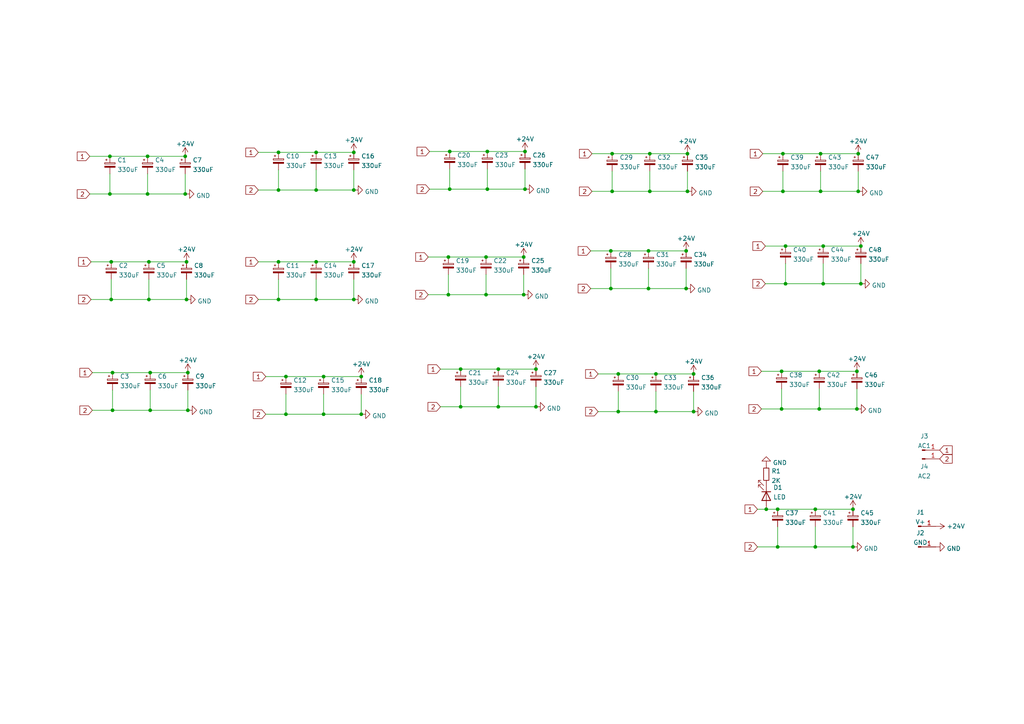
<source format=kicad_sch>
(kicad_sch (version 20211123) (generator eeschema)
  (paper "A4")
  (lib_symbols
    (symbol "Connector:Conn_01x01_Male" (pin_names (offset 1.016) hide)
      (property "Reference" "J" (at 0 2.54 0))
      (property "Value" "Conn_01x01_Male" (at 0 -2.54 0))
      (symbol "Conn_01x01_Male_1_1"
        (polyline (pts (xy 1.27 0) (xy 0.8636 0)) (stroke (width 0.1524)))
        (rectangle (start 0.8636 0.127) (end 0 -0.127) (stroke (width 0.1524)) (fill (type outline)))
        (pin passive line (at 5.08 0 180) (length 3.81) (name "Pin_1") (number "1"))
      )
    )
    (symbol "Device:C_Polarized_Small" (pin_numbers hide) (pin_names (offset 0.254) hide)
      (property "Reference" "C" (at 0.254 1.778 0))
      (property "Value" "C_Polarized_Small" (at 0.254 -2.032 0))
      (symbol "C_Polarized_Small_0_1"
        (rectangle (start -1.524 -0.3048) (end 1.524 -0.6858) (fill (type outline)))
        (rectangle (start -1.524 0.6858) (end 1.524 0.3048))
        (polyline (pts (xy -1.27 1.524) (xy -0.762 1.524)))
        (polyline (pts (xy -1.016 1.27) (xy -1.016 1.778)))
      )
      (symbol "C_Polarized_Small_1_1"
        (pin passive line (at 0 2.54 270) (length 1.8542) (name "~") (number "1"))
        (pin passive line (at 0 -2.54 90) (length 1.8542) (name "~") (number "2"))
      )
    )
    (symbol "Device:LED" (pin_numbers hide) (pin_names (offset 1.016) hide)
      (property "Reference" "D" (at 0 2.54 0))
      (property "Value" "LED" (at 0 -2.54 0))
      (symbol "LED_0_1"
        (polyline (pts (xy -1.27 -1.27) (xy -1.27 1.27)) (stroke (width 0.254)))
        (polyline (pts (xy -1.27 0) (xy 1.27 0)))
        (polyline (pts (xy 1.27 -1.27) (xy 1.27 1.27) (xy -1.27 0) (xy 1.27 -1.27)) (stroke (width 0.254)))
        (polyline (pts (xy -3.048 -0.762) (xy -4.572 -2.286) (xy -3.81 -2.286) (xy -4.572 -2.286) (xy -4.572 -1.524)))
        (polyline (pts (xy -1.778 -0.762) (xy -3.302 -2.286) (xy -2.54 -2.286) (xy -3.302 -2.286) (xy -3.302 -1.524)))
      )
      (symbol "LED_1_1"
        (pin passive line (at -3.81 0 0) (length 2.54) (name "K") (number "1"))
        (pin passive line (at 3.81 0 180) (length 2.54) (name "A") (number "2"))
      )
    )
    (symbol "Device:R_Small" (pin_numbers hide) (pin_names (offset 0.254) hide)
      (property "Reference" "R" (at 0.762 0.508 0))
      (property "Value" "R_Small" (at 0.762 -1.016 0))
      (symbol "R_Small_0_1"
        (rectangle (start -0.762 1.778) (end 0.762 -1.778) (stroke (width 0.2032)))
      )
      (symbol "R_Small_1_1"
        (pin passive line (at 0 2.54 270) (length 0.762) (name "~") (number "1"))
        (pin passive line (at 0 -2.54 90) (length 0.762) (name "~") (number "2"))
      )
    )
    (symbol "power:+24V" (power) (pin_names (offset 0))
      (property "Value" "+24V" (at 0 3.556 0))
      (symbol "+24V_0_1"
        (polyline (pts (xy -0.762 1.27) (xy 0 2.54)))
        (polyline (pts (xy 0 0) (xy 0 2.54)))
        (polyline (pts (xy 0 2.54) (xy 0.762 1.27)))
      )
      (symbol "+24V_1_1"
        (pin power_in line (at 0 0 90) (length 0) hide (name "+24V") (number "1"))
      )
    )
    (symbol "power:GND" (power) (pin_names (offset 0))
      (property "Value" "GND" (at 0 -3.81 0))
      (symbol "GND_0_1"
        (polyline (pts (xy 0 0) (xy 0 -1.27) (xy 1.27 -1.27) (xy 0 -2.54) (xy -1.27 -1.27) (xy 0 -1.27)))
      )
      (symbol "GND_1_1"
        (pin power_in line (at 0 0 270) (length 0) hide (name "GND") (number "1"))
      )
    )
  )
  (junction (at 201.168 108.458))
  (junction (at 53.721 45.339))
  (junction (at 80.772 86.868))
  (junction (at 102.616 55.118))
  (junction (at 53.721 56.261))
  (junction (at 54.102 86.868))
  (junction (at 152.273 54.864))
  (junction (at 102.616 75.946))
  (junction (at 141.351 54.864))
  (junction (at 179.324 119.38))
  (junction (at 141.351 43.942))
  (junction (at 43.561 108.077))
  (junction (at 177.165 72.771))
  (junction (at 199.009 72.771))
  (junction (at 238.76 82.296))
  (junction (at 54.483 118.999))
  (junction (at 42.799 45.339))
  (junction (at 177.165 83.693))
  (junction (at 226.695 118.618))
  (junction (at 155.448 117.983))
  (junction (at 237.998 55.499))
  (junction (at 237.998 44.577))
  (junction (at 43.18 75.946))
  (junction (at 91.694 86.868))
  (junction (at 190.246 108.458))
  (junction (at 237.617 118.618))
  (junction (at 238.76 71.374))
  (junction (at 237.617 107.696))
  (junction (at 31.877 45.339))
  (junction (at 130.429 54.864))
  (junction (at 91.694 44.196))
  (junction (at 151.892 85.471))
  (junction (at 248.92 44.577))
  (junction (at 199.39 44.577))
  (junction (at 32.258 86.868))
  (junction (at 144.526 117.983))
  (junction (at 130.048 85.471))
  (junction (at 91.694 55.118))
  (junction (at 199.009 83.693))
  (junction (at 43.561 118.999))
  (junction (at 188.468 55.499))
  (junction (at 80.772 44.196))
  (junction (at 247.396 158.623))
  (junction (at 144.526 107.061))
  (junction (at 248.539 118.618))
  (junction (at 80.772 55.118))
  (junction (at 93.853 120.142))
  (junction (at 227.838 82.296))
  (junction (at 155.448 107.061))
  (junction (at 236.474 147.701))
  (junction (at 226.695 107.696))
  (junction (at 32.258 75.946))
  (junction (at 247.396 147.701))
  (junction (at 54.483 108.077))
  (junction (at 227.076 44.577))
  (junction (at 42.799 56.261))
  (junction (at 133.604 117.983))
  (junction (at 222.25 147.701))
  (junction (at 190.246 119.38))
  (junction (at 179.324 108.458))
  (junction (at 32.639 118.999))
  (junction (at 102.616 44.196))
  (junction (at 140.97 85.471))
  (junction (at 152.273 43.942))
  (junction (at 31.877 56.261))
  (junction (at 199.39 55.499))
  (junction (at 201.168 119.38))
  (junction (at 248.92 55.499))
  (junction (at 91.694 75.946))
  (junction (at 82.931 120.142))
  (junction (at 177.546 44.577))
  (junction (at 130.048 74.549))
  (junction (at 188.468 44.577))
  (junction (at 140.97 74.549))
  (junction (at 133.604 107.061))
  (junction (at 104.775 120.142))
  (junction (at 32.639 108.077))
  (junction (at 151.892 74.549))
  (junction (at 225.552 147.701))
  (junction (at 80.772 75.946))
  (junction (at 104.775 109.22))
  (junction (at 93.853 109.22))
  (junction (at 43.18 86.868))
  (junction (at 249.682 82.296))
  (junction (at 54.102 75.946))
  (junction (at 188.087 72.771))
  (junction (at 130.429 43.942))
  (junction (at 225.552 158.623))
  (junction (at 177.546 55.499))
  (junction (at 102.616 86.868))
  (junction (at 188.087 83.693))
  (junction (at 248.539 107.696))
  (junction (at 227.838 71.374))
  (junction (at 236.474 158.623))
  (junction (at 249.682 71.374))
  (junction (at 82.931 109.22))
  (junction (at 227.076 55.499))
  (wire (pts (xy 227.838 76.454) (xy 227.838 82.296)))
  (wire (pts (xy 93.853 120.142) (xy 104.775 120.142)))
  (wire (pts (xy 227.076 49.657) (xy 227.076 55.499)))
  (wire (pts (xy 26.797 108.077) (xy 32.639 108.077)))
  (wire (pts (xy 152.273 49.022) (xy 152.273 54.864)))
  (wire (pts (xy 144.526 112.141) (xy 144.526 117.983)))
  (wire (pts (xy 238.76 82.296) (xy 249.682 82.296)))
  (wire (pts (xy 43.18 81.026) (xy 43.18 86.868)))
  (wire (pts (xy 127.762 117.983) (xy 133.604 117.983)))
  (wire (pts (xy 124.206 85.471) (xy 130.048 85.471)))
  (wire (pts (xy 155.448 112.141) (xy 155.448 117.983)))
  (wire (pts (xy 140.97 85.471) (xy 151.892 85.471)))
  (wire (pts (xy 177.165 72.771) (xy 188.087 72.771)))
  (wire (pts (xy 26.416 86.868) (xy 32.258 86.868)))
  (wire (pts (xy 32.639 118.999) (xy 43.561 118.999)))
  (wire (pts (xy 26.416 75.946) (xy 32.258 75.946)))
  (wire (pts (xy 199.009 77.851) (xy 199.009 83.693)))
  (wire (pts (xy 226.695 112.776) (xy 226.695 118.618)))
  (wire (pts (xy 54.483 113.157) (xy 54.483 118.999)))
  (wire (pts (xy 74.93 86.868) (xy 80.772 86.868)))
  (wire (pts (xy 140.97 79.629) (xy 140.97 85.471)))
  (wire (pts (xy 199.39 49.657) (xy 199.39 55.499)))
  (wire (pts (xy 74.93 44.196) (xy 80.772 44.196)))
  (wire (pts (xy 82.931 120.142) (xy 93.853 120.142)))
  (wire (pts (xy 130.429 54.864) (xy 141.351 54.864)))
  (wire (pts (xy 32.258 86.868) (xy 43.18 86.868)))
  (wire (pts (xy 130.048 85.471) (xy 140.97 85.471)))
  (wire (pts (xy 31.877 50.419) (xy 31.877 56.261)))
  (wire (pts (xy 221.996 82.296) (xy 227.838 82.296)))
  (wire (pts (xy 177.165 83.693) (xy 188.087 83.693)))
  (wire (pts (xy 177.546 44.577) (xy 188.468 44.577)))
  (wire (pts (xy 80.772 81.026) (xy 80.772 86.868)))
  (wire (pts (xy 237.998 49.657) (xy 237.998 55.499)))
  (wire (pts (xy 173.482 108.458) (xy 179.324 108.458)))
  (wire (pts (xy 80.772 44.196) (xy 91.694 44.196)))
  (wire (pts (xy 130.429 49.022) (xy 130.429 54.864)))
  (wire (pts (xy 188.468 49.657) (xy 188.468 55.499)))
  (wire (pts (xy 43.18 86.868) (xy 54.102 86.868)))
  (wire (pts (xy 91.694 81.026) (xy 91.694 86.868)))
  (wire (pts (xy 248.539 112.776) (xy 248.539 118.618)))
  (wire (pts (xy 91.694 49.276) (xy 91.694 55.118)))
  (wire (pts (xy 237.617 118.618) (xy 248.539 118.618)))
  (wire (pts (xy 43.561 113.157) (xy 43.561 118.999)))
  (wire (pts (xy 82.931 114.3) (xy 82.931 120.142)))
  (wire (pts (xy 188.468 44.577) (xy 199.39 44.577)))
  (wire (pts (xy 77.089 120.142) (xy 82.931 120.142)))
  (wire (pts (xy 102.616 81.026) (xy 102.616 86.868)))
  (wire (pts (xy 236.474 158.623) (xy 247.396 158.623)))
  (wire (pts (xy 151.892 79.629) (xy 151.892 85.471)))
  (wire (pts (xy 54.102 81.026) (xy 54.102 86.868)))
  (wire (pts (xy 177.165 77.851) (xy 177.165 83.693)))
  (wire (pts (xy 82.931 109.22) (xy 93.853 109.22)))
  (wire (pts (xy 221.234 44.577) (xy 227.076 44.577)))
  (wire (pts (xy 201.168 113.538) (xy 201.168 119.38)))
  (wire (pts (xy 227.838 71.374) (xy 238.76 71.374)))
  (wire (pts (xy 32.258 81.026) (xy 32.258 86.868)))
  (wire (pts (xy 179.324 119.38) (xy 190.246 119.38)))
  (wire (pts (xy 43.18 75.946) (xy 54.102 75.946)))
  (wire (pts (xy 127.762 107.061) (xy 133.604 107.061)))
  (wire (pts (xy 179.324 108.458) (xy 190.246 108.458)))
  (wire (pts (xy 32.258 75.946) (xy 43.18 75.946)))
  (wire (pts (xy 124.587 54.864) (xy 130.429 54.864)))
  (wire (pts (xy 130.048 79.629) (xy 130.048 85.471)))
  (wire (pts (xy 219.71 147.701) (xy 222.25 147.701)))
  (wire (pts (xy 80.772 55.118) (xy 91.694 55.118)))
  (wire (pts (xy 74.93 75.946) (xy 80.772 75.946)))
  (wire (pts (xy 42.799 50.419) (xy 42.799 56.261)))
  (wire (pts (xy 93.853 109.22) (xy 104.775 109.22)))
  (wire (pts (xy 144.526 117.983) (xy 155.448 117.983)))
  (wire (pts (xy 237.617 112.776) (xy 237.617 118.618)))
  (wire (pts (xy 236.474 147.701) (xy 247.396 147.701)))
  (wire (pts (xy 80.772 49.276) (xy 80.772 55.118)))
  (wire (pts (xy 32.639 108.077) (xy 43.561 108.077)))
  (wire (pts (xy 221.234 55.499) (xy 227.076 55.499)))
  (wire (pts (xy 26.035 45.339) (xy 31.877 45.339)))
  (wire (pts (xy 190.246 108.458) (xy 201.168 108.458)))
  (wire (pts (xy 238.76 71.374) (xy 249.682 71.374)))
  (wire (pts (xy 91.694 86.868) (xy 102.616 86.868)))
  (wire (pts (xy 32.639 113.157) (xy 32.639 118.999)))
  (wire (pts (xy 43.561 118.999) (xy 54.483 118.999)))
  (wire (pts (xy 144.526 107.061) (xy 155.448 107.061)))
  (wire (pts (xy 42.799 45.339) (xy 53.721 45.339)))
  (wire (pts (xy 130.429 43.942) (xy 141.351 43.942)))
  (wire (pts (xy 225.552 158.623) (xy 236.474 158.623)))
  (wire (pts (xy 53.721 50.419) (xy 53.721 56.261)))
  (wire (pts (xy 102.616 49.276) (xy 102.616 55.118)))
  (wire (pts (xy 91.694 55.118) (xy 102.616 55.118)))
  (wire (pts (xy 177.546 49.657) (xy 177.546 55.499)))
  (wire (pts (xy 222.25 147.701) (xy 225.552 147.701)))
  (wire (pts (xy 227.076 55.499) (xy 237.998 55.499)))
  (wire (pts (xy 219.71 158.623) (xy 225.552 158.623)))
  (wire (pts (xy 124.587 43.942) (xy 130.429 43.942)))
  (wire (pts (xy 141.351 54.864) (xy 152.273 54.864)))
  (wire (pts (xy 227.076 44.577) (xy 237.998 44.577)))
  (wire (pts (xy 140.97 74.549) (xy 151.892 74.549)))
  (wire (pts (xy 130.048 74.549) (xy 140.97 74.549)))
  (wire (pts (xy 80.772 75.946) (xy 91.694 75.946)))
  (wire (pts (xy 238.76 76.454) (xy 238.76 82.296)))
  (wire (pts (xy 188.087 72.771) (xy 199.009 72.771)))
  (wire (pts (xy 31.877 56.261) (xy 42.799 56.261)))
  (wire (pts (xy 26.035 56.261) (xy 31.877 56.261)))
  (wire (pts (xy 226.695 107.696) (xy 237.617 107.696)))
  (wire (pts (xy 190.246 113.538) (xy 190.246 119.38)))
  (wire (pts (xy 177.546 55.499) (xy 188.468 55.499)))
  (wire (pts (xy 171.704 44.577) (xy 177.546 44.577)))
  (wire (pts (xy 26.797 118.999) (xy 32.639 118.999)))
  (wire (pts (xy 141.351 49.022) (xy 141.351 54.864)))
  (wire (pts (xy 226.695 118.618) (xy 237.617 118.618)))
  (wire (pts (xy 221.996 71.374) (xy 227.838 71.374)))
  (wire (pts (xy 179.324 113.538) (xy 179.324 119.38)))
  (wire (pts (xy 171.704 55.499) (xy 177.546 55.499)))
  (wire (pts (xy 190.246 119.38) (xy 201.168 119.38)))
  (wire (pts (xy 124.206 74.549) (xy 130.048 74.549)))
  (wire (pts (xy 225.552 152.781) (xy 225.552 158.623)))
  (wire (pts (xy 171.323 72.771) (xy 177.165 72.771)))
  (wire (pts (xy 173.482 119.38) (xy 179.324 119.38)))
  (wire (pts (xy 227.838 82.296) (xy 238.76 82.296)))
  (wire (pts (xy 31.877 45.339) (xy 42.799 45.339)))
  (wire (pts (xy 133.604 112.141) (xy 133.604 117.983)))
  (wire (pts (xy 43.561 108.077) (xy 54.483 108.077)))
  (wire (pts (xy 133.604 117.983) (xy 144.526 117.983)))
  (wire (pts (xy 141.351 43.942) (xy 152.273 43.942)))
  (wire (pts (xy 171.323 83.693) (xy 177.165 83.693)))
  (wire (pts (xy 220.853 107.696) (xy 226.695 107.696)))
  (wire (pts (xy 93.853 114.3) (xy 93.853 120.142)))
  (wire (pts (xy 236.474 152.781) (xy 236.474 158.623)))
  (wire (pts (xy 91.694 75.946) (xy 102.616 75.946)))
  (wire (pts (xy 188.468 55.499) (xy 199.39 55.499)))
  (wire (pts (xy 42.799 56.261) (xy 53.721 56.261)))
  (wire (pts (xy 237.998 44.577) (xy 248.92 44.577)))
  (wire (pts (xy 91.694 44.196) (xy 102.616 44.196)))
  (wire (pts (xy 77.089 109.22) (xy 82.931 109.22)))
  (wire (pts (xy 188.087 77.851) (xy 188.087 83.693)))
  (wire (pts (xy 225.552 147.701) (xy 236.474 147.701)))
  (wire (pts (xy 248.92 49.657) (xy 248.92 55.499)))
  (wire (pts (xy 104.775 114.3) (xy 104.775 120.142)))
  (wire (pts (xy 80.772 86.868) (xy 91.694 86.868)))
  (wire (pts (xy 249.682 76.454) (xy 249.682 82.296)))
  (wire (pts (xy 74.93 55.118) (xy 80.772 55.118)))
  (wire (pts (xy 220.853 118.618) (xy 226.695 118.618)))
  (wire (pts (xy 133.604 107.061) (xy 144.526 107.061)))
  (wire (pts (xy 188.087 83.693) (xy 199.009 83.693)))
  (wire (pts (xy 237.998 55.499) (xy 248.92 55.499)))
  (wire (pts (xy 237.617 107.696) (xy 248.539 107.696)))
  (wire (pts (xy 247.396 152.781) (xy 247.396 158.623)))
  (global_label "2" (shape input) (at 219.71 158.623 180) (property "Intersheet References" "${INTERSHEET_REFS}" (effects hide)))
  (global_label "2" (shape input) (at 77.089 120.142 180) (property "Intersheet References" "${INTERSHEET_REFS}" (effects hide)))
  (global_label "2" (shape input) (at 272.542 133.096 0) (property "Intersheet References" "${INTERSHEET_REFS}" (effects hide)))
  (global_label "1" (shape input) (at 272.542 130.556 0) (property "Intersheet References" "${INTERSHEET_REFS}" (effects hide)))
  (global_label "2" (shape input) (at 74.93 86.868 180) (property "Intersheet References" "${INTERSHEET_REFS}" (effects hide)))
  (global_label "1" (shape input) (at 26.035 45.339 180) (property "Intersheet References" "${INTERSHEET_REFS}" (effects hide)))
  (global_label "1" (shape input) (at 220.853 107.696 180) (property "Intersheet References" "${INTERSHEET_REFS}" (effects hide)))
  (global_label "1" (shape input) (at 219.71 147.701 180) (property "Intersheet References" "${INTERSHEET_REFS}" (effects hide)))
  (global_label "1" (shape input) (at 171.323 72.771 180) (property "Intersheet References" "${INTERSHEET_REFS}" (effects hide)))
  (global_label "1" (shape input) (at 221.234 44.577 180) (property "Intersheet References" "${INTERSHEET_REFS}" (effects hide)))
  (global_label "1" (shape input) (at 74.93 44.196 180) (property "Intersheet References" "${INTERSHEET_REFS}" (effects hide)))
  (global_label "1" (shape input) (at 124.206 74.549 180) (property "Intersheet References" "${INTERSHEET_REFS}" (effects hide)))
  (global_label "2" (shape input) (at 26.797 118.999 180) (property "Intersheet References" "${INTERSHEET_REFS}" (effects hide)))
  (global_label "2" (shape input) (at 221.996 82.296 180) (property "Intersheet References" "${INTERSHEET_REFS}" (effects hide)))
  (global_label "2" (shape input) (at 171.323 83.693 180) (property "Intersheet References" "${INTERSHEET_REFS}" (effects hide)))
  (global_label "2" (shape input) (at 74.93 55.118 180) (property "Intersheet References" "${INTERSHEET_REFS}" (effects hide)))
  (global_label "2" (shape input) (at 220.853 118.618 180) (property "Intersheet References" "${INTERSHEET_REFS}" (effects hide)))
  (global_label "2" (shape input) (at 124.587 54.864 180) (property "Intersheet References" "${INTERSHEET_REFS}" (effects hide)))
  (global_label "1" (shape input) (at 221.996 71.374 180) (property "Intersheet References" "${INTERSHEET_REFS}" (effects hide)))
  (global_label "2" (shape input) (at 221.234 55.499 180) (property "Intersheet References" "${INTERSHEET_REFS}" (effects hide)))
  (global_label "2" (shape input) (at 171.704 55.499 180) (property "Intersheet References" "${INTERSHEET_REFS}" (effects hide)))
  (global_label "1" (shape input) (at 26.797 108.077 180) (property "Intersheet References" "${INTERSHEET_REFS}" (effects hide)))
  (global_label "1" (shape input) (at 173.482 108.458 180) (property "Intersheet References" "${INTERSHEET_REFS}" (effects hide)))
  (global_label "2" (shape input) (at 127.762 117.983 180) (property "Intersheet References" "${INTERSHEET_REFS}" (effects hide)))
  (global_label "1" (shape input) (at 77.089 109.22 180) (property "Intersheet References" "${INTERSHEET_REFS}" (effects hide)))
  (global_label "1" (shape input) (at 124.587 43.942 180) (property "Intersheet References" "${INTERSHEET_REFS}" (effects hide)))
  (global_label "2" (shape input) (at 26.416 86.868 180) (property "Intersheet References" "${INTERSHEET_REFS}" (effects hide)))
  (global_label "2" (shape input) (at 124.206 85.471 180) (property "Intersheet References" "${INTERSHEET_REFS}" (effects hide)))
  (global_label "1" (shape input) (at 74.93 75.946 180) (property "Intersheet References" "${INTERSHEET_REFS}" (effects hide)))
  (global_label "1" (shape input) (at 127.762 107.061 180) (property "Intersheet References" "${INTERSHEET_REFS}" (effects hide)))
  (global_label "2" (shape input) (at 173.482 119.38 180) (property "Intersheet References" "${INTERSHEET_REFS}" (effects hide)))
  (global_label "1" (shape input) (at 26.416 75.946 180) (property "Intersheet References" "${INTERSHEET_REFS}" (effects hide)))
  (global_label "2" (shape input) (at 26.035 56.261 180) (property "Intersheet References" "${INTERSHEET_REFS}" (effects hide)))
  (global_label "1" (shape input) (at 171.704 44.577 180) (property "Intersheet References" "${INTERSHEET_REFS}" (effects hide)))
  (symbol (lib_id "Device:C_Polarized_Small") (at 227.838 73.914 0) (unit 1)
    (property "Reference" "C40" (at 229.997 72.4594 0) (effects (justify left)))
    (property "Value" "330uF" (at 229.997 75.2345 0) (effects (justify left)))
    (property "Footprint" "Capacitor_SMD:CP_Elec_16x17.5" (effects hide))
  )
  (symbol (lib_id "power:GND") (at 54.483 118.999 90) (unit 1)
    (property "Reference" "#PWR0133" (effects hide))
    (property "Value" "GND" (at 57.658 119.478 90) (effects (justify right)))
  )
  (symbol (lib_id "power:+24V") (at 199.009 72.771 0) (unit 1)
    (property "Reference" "#PWR0112" (effects hide))
    (property "Value" "+24V" (at 199.009 69.1665 0))
  )
  (symbol (lib_id "power:+24V") (at 155.448 107.061 0) (unit 1)
    (property "Reference" "#PWR0105" (effects hide))
    (property "Value" "+24V" (at 155.448 103.4565 0))
  )
  (symbol (lib_id "Device:C_Polarized_Small") (at 226.695 110.236 0) (unit 1)
    (property "Reference" "C38" (at 228.854 108.7814 0) (effects (justify left)))
    (property "Value" "330uF" (at 228.854 111.5565 0) (effects (justify left)))
    (property "Footprint" "Capacitor_SMD:CP_Elec_16x17.5" (effects hide))
  )
  (symbol (lib_id "power:+24V") (at 199.39 44.577 0) (unit 1)
    (property "Reference" "#PWR0108" (effects hide))
    (property "Value" "+24V" (at 199.39 40.9725 0))
  )
  (symbol (lib_id "Device:C_Polarized_Small") (at 155.448 109.601 0) (unit 1)
    (property "Reference" "C27" (at 157.607 108.1464 0) (effects (justify left)))
    (property "Value" "330uF" (at 157.607 110.9215 0) (effects (justify left)))
    (property "Footprint" "Capacitor_SMD:CP_Elec_16x17.5" (effects hide))
  )
  (symbol (lib_id "power:GND") (at 102.616 55.118 90) (unit 1)
    (property "Reference" "#PWR0127" (effects hide))
    (property "Value" "GND" (at 105.791 55.597 90) (effects (justify right)))
  )
  (symbol (lib_id "Device:C_Polarized_Small") (at 201.168 110.998 0) (unit 1)
    (property "Reference" "C36" (at 203.327 109.5434 0) (effects (justify left)))
    (property "Value" "330uF" (at 203.327 112.3185 0) (effects (justify left)))
    (property "Footprint" "Capacitor_SMD:CP_Elec_16x17.5" (effects hide))
  )
  (symbol (lib_id "Device:C_Polarized_Small") (at 199.009 75.311 0) (unit 1)
    (property "Reference" "C34" (at 201.168 73.8564 0) (effects (justify left)))
    (property "Value" "330uF" (at 201.168 76.6315 0) (effects (justify left)))
    (property "Footprint" "Capacitor_SMD:CP_Elec_16x17.5" (effects hide))
  )
  (symbol (lib_id "Device:C_Polarized_Small") (at 177.165 75.311 0) (unit 1)
    (property "Reference" "C28" (at 179.324 73.8564 0) (effects (justify left)))
    (property "Value" "330uF" (at 179.324 76.6315 0) (effects (justify left)))
    (property "Footprint" "Capacitor_SMD:CP_Elec_16x17.5" (effects hide))
  )
  (symbol (lib_id "power:+24V") (at 247.396 147.701 0) (unit 1)
    (property "Reference" "#PWR0118" (effects hide))
    (property "Value" "+24V" (at 247.396 144.0965 0))
  )
  (symbol (lib_id "Device:LED") (at 222.25 143.891 270) (unit 1)
    (property "Reference" "D1" (at 224.282 141.395 90) (effects (justify left)))
    (property "Value" "LED" (at 224.282 144.1701 90) (effects (justify left)))
    (property "Footprint" "LED_SMD:LED_1210_3225Metric" (effects hide))
  )
  (symbol (lib_id "power:GND") (at 248.539 118.618 90) (unit 1)
    (property "Reference" "#PWR0123" (effects hide))
    (property "Value" "GND" (at 251.714 119.097 90) (effects (justify right)))
  )
  (symbol (lib_id "power:GND") (at 151.892 85.471 90) (unit 1)
    (property "Reference" "#PWR0104" (effects hide))
    (property "Value" "GND" (at 155.067 85.95 90) (effects (justify right)))
  )
  (symbol (lib_id "Device:C_Polarized_Small") (at 54.102 78.486 0) (unit 1)
    (property "Reference" "C8" (at 56.261 77.0314 0) (effects (justify left)))
    (property "Value" "330uF" (at 56.261 79.8065 0) (effects (justify left)))
    (property "Footprint" "Capacitor_SMD:CP_Elec_16x17.5" (effects hide))
  )
  (symbol (lib_id "power:GND") (at 248.92 55.499 90) (unit 1)
    (property "Reference" "#PWR0117" (effects hide))
    (property "Value" "GND" (at 252.095 55.978 90) (effects (justify right)))
  )
  (symbol (lib_id "power:+24V") (at 248.92 44.577 0) (unit 1)
    (property "Reference" "#PWR0116" (effects hide))
    (property "Value" "+24V" (at 248.92 40.9725 0))
  )
  (symbol (lib_id "Device:C_Polarized_Small") (at 133.604 109.601 0) (unit 1)
    (property "Reference" "C21" (at 135.763 108.1464 0) (effects (justify left)))
    (property "Value" "330uF" (at 135.763 110.9215 0) (effects (justify left)))
    (property "Footprint" "Capacitor_SMD:CP_Elec_16x17.5" (effects hide))
  )
  (symbol (lib_id "Device:C_Polarized_Small") (at 42.799 47.879 0) (unit 1)
    (property "Reference" "C4" (at 44.958 46.4244 0) (effects (justify left)))
    (property "Value" "330uF" (at 44.958 49.1995 0) (effects (justify left)))
    (property "Footprint" "Capacitor_SMD:CP_Elec_16x17.5" (effects hide))
  )
  (symbol (lib_id "Connector:Conn_01x01_Male") (at 267.462 130.556 0) (unit 1)
    (property "Reference" "J3" (at 268.097 126.5133 0))
    (property "Value" "AC1" (at 268.097 129.2884 0))
    (property "Footprint" "Custom Library:Spade Conector 6.3mm TE_1217861" (effects hide))
  )
  (symbol (lib_id "Device:C_Polarized_Small") (at 188.087 75.311 0) (unit 1)
    (property "Reference" "C31" (at 190.246 73.8564 0) (effects (justify left)))
    (property "Value" "330uF" (at 190.246 76.6315 0) (effects (justify left)))
    (property "Footprint" "Capacitor_SMD:CP_Elec_16x17.5" (effects hide))
  )
  (symbol (lib_id "Device:C_Polarized_Small") (at 102.616 46.736 0) (unit 1)
    (property "Reference" "C16" (at 104.775 45.2814 0) (effects (justify left)))
    (property "Value" "330uF" (at 104.775 48.0565 0) (effects (justify left)))
    (property "Footprint" "Capacitor_SMD:CP_Elec_16x17.5" (effects hide))
  )
  (symbol (lib_id "Device:C_Polarized_Small") (at 179.324 110.998 0) (unit 1)
    (property "Reference" "C30" (at 181.483 109.5434 0) (effects (justify left)))
    (property "Value" "330uF" (at 181.483 112.3185 0) (effects (justify left)))
    (property "Footprint" "Capacitor_SMD:CP_Elec_16x17.5" (effects hide))
  )
  (symbol (lib_id "power:GND") (at 249.682 82.296 90) (unit 1)
    (property "Reference" "#PWR0115" (effects hide))
    (property "Value" "GND" (at 252.857 82.775 90) (effects (justify right)))
  )
  (symbol (lib_id "Device:C_Polarized_Small") (at 102.616 78.486 0) (unit 1)
    (property "Reference" "C17" (at 104.775 77.0314 0) (effects (justify left)))
    (property "Value" "330uF" (at 104.775 79.8065 0) (effects (justify left)))
    (property "Footprint" "Capacitor_SMD:CP_Elec_16x17.5" (effects hide))
  )
  (symbol (lib_id "Device:C_Polarized_Small") (at 53.721 47.879 0) (unit 1)
    (property "Reference" "C7" (at 55.88 46.4244 0) (effects (justify left)))
    (property "Value" "330uF" (at 55.88 49.1995 0) (effects (justify left)))
    (property "Footprint" "Capacitor_SMD:CP_Elec_16x17.5" (effects hide))
  )
  (symbol (lib_id "Device:C_Polarized_Small") (at 130.429 46.482 0) (unit 1)
    (property "Reference" "C20" (at 132.588 45.0274 0) (effects (justify left)))
    (property "Value" "330uF" (at 132.588 47.8025 0) (effects (justify left)))
    (property "Footprint" "Capacitor_SMD:CP_Elec_16x17.5" (effects hide))
  )
  (symbol (lib_id "power:+24V") (at 104.775 109.22 0) (unit 1)
    (property "Reference" "#PWR0130" (effects hide))
    (property "Value" "+24V" (at 104.775 105.6155 0))
  )
  (symbol (lib_id "Device:C_Polarized_Small") (at 227.076 47.117 0) (unit 1)
    (property "Reference" "C39" (at 229.235 45.6624 0) (effects (justify left)))
    (property "Value" "330uF" (at 229.235 48.4375 0) (effects (justify left)))
    (property "Footprint" "Capacitor_SMD:CP_Elec_16x17.5" (effects hide))
  )
  (symbol (lib_id "Device:C_Polarized_Small") (at 225.552 150.241 0) (unit 1)
    (property "Reference" "C37" (at 227.711 148.7864 0) (effects (justify left)))
    (property "Value" "330uF" (at 227.711 151.5615 0) (effects (justify left)))
    (property "Footprint" "Capacitor_SMD:CP_Elec_16x17.5" (effects hide))
  )
  (symbol (lib_id "Device:C_Polarized_Small") (at 188.468 47.117 0) (unit 1)
    (property "Reference" "C32" (at 190.627 45.6624 0) (effects (justify left)))
    (property "Value" "330uF" (at 190.627 48.4375 0) (effects (justify left)))
    (property "Footprint" "Capacitor_SMD:CP_Elec_16x17.5" (effects hide))
  )
  (symbol (lib_id "power:+24V") (at 102.616 75.946 0) (unit 1)
    (property "Reference" "#PWR0131" (effects hide))
    (property "Value" "+24V" (at 102.616 72.3415 0))
  )
  (symbol (lib_id "power:+24V") (at 249.682 71.374 0) (unit 1)
    (property "Reference" "#PWR0113" (effects hide))
    (property "Value" "+24V" (at 249.682 67.7695 0))
  )
  (symbol (lib_id "Connector:Conn_01x01_Male") (at 266.319 158.623 0) (unit 1)
    (property "Reference" "J2" (at 266.954 154.5803 0))
    (property "Value" "GND" (at 266.954 157.3554 0))
    (property "Footprint" "Custom Library:Spade Conector 6.3mm TE_1217861" (effects hide))
  )
  (symbol (lib_id "power:+24V") (at 53.721 45.339 0) (unit 1)
    (property "Reference" "#PWR0124" (effects hide))
    (property "Value" "+24V" (at 53.721 41.7345 0))
  )
  (symbol (lib_id "Device:C_Polarized_Small") (at 248.92 47.117 0) (unit 1)
    (property "Reference" "C47" (at 251.079 45.6624 0) (effects (justify left)))
    (property "Value" "330uF" (at 251.079 48.4375 0) (effects (justify left)))
    (property "Footprint" "Capacitor_SMD:CP_Elec_16x17.5" (effects hide))
  )
  (symbol (lib_id "power:GND") (at 155.448 117.983 90) (unit 1)
    (property "Reference" "#PWR0106" (effects hide))
    (property "Value" "GND" (at 158.623 118.462 90) (effects (justify right)))
  )
  (symbol (lib_id "Device:C_Polarized_Small") (at 141.351 46.482 0) (unit 1)
    (property "Reference" "C23" (at 143.51 45.0274 0) (effects (justify left)))
    (property "Value" "330uF" (at 143.51 47.8025 0) (effects (justify left)))
    (property "Footprint" "Capacitor_SMD:CP_Elec_16x17.5" (effects hide))
  )
  (symbol (lib_id "Device:C_Polarized_Small") (at 32.258 78.486 0) (unit 1)
    (property "Reference" "C2" (at 34.417 77.0314 0) (effects (justify left)))
    (property "Value" "330uF" (at 34.417 79.8065 0) (effects (justify left)))
    (property "Footprint" "Capacitor_SMD:CP_Elec_16x17.5" (effects hide))
  )
  (symbol (lib_id "power:+24V") (at 201.168 108.458 0) (unit 1)
    (property "Reference" "#PWR0103" (effects hide))
    (property "Value" "+24V" (at 201.168 104.8535 0))
  )
  (symbol (lib_id "Connector:Conn_01x01_Male") (at 267.462 133.096 0) (unit 1)
    (property "Reference" "J4" (at 268.097 135.3217 0))
    (property "Value" "AC2" (at 268.097 138.0968 0))
    (property "Footprint" "Custom Library:Spade Conector 6.3mm TE_1217861" (effects hide))
  )
  (symbol (lib_id "Device:C_Polarized_Small") (at 237.998 47.117 0) (unit 1)
    (property "Reference" "C43" (at 240.157 45.6624 0) (effects (justify left)))
    (property "Value" "330uF" (at 240.157 48.4375 0) (effects (justify left)))
    (property "Footprint" "Capacitor_SMD:CP_Elec_16x17.5" (effects hide))
  )
  (symbol (lib_id "power:GND") (at 199.39 55.499 90) (unit 1)
    (property "Reference" "#PWR0107" (effects hide))
    (property "Value" "GND" (at 202.565 55.978 90) (effects (justify right)))
  )
  (symbol (lib_id "Device:C_Polarized_Small") (at 190.246 110.998 0) (unit 1)
    (property "Reference" "C33" (at 192.405 109.5434 0) (effects (justify left)))
    (property "Value" "330uF" (at 192.405 112.3185 0) (effects (justify left)))
    (property "Footprint" "Capacitor_SMD:CP_Elec_16x17.5" (effects hide))
  )
  (symbol (lib_id "power:+24V") (at 54.102 75.946 0) (unit 1)
    (property "Reference" "#PWR0132" (effects hide))
    (property "Value" "+24V" (at 54.102 72.3415 0))
  )
  (symbol (lib_id "Device:C_Polarized_Small") (at 248.539 110.236 0) (unit 1)
    (property "Reference" "C46" (at 250.698 108.7814 0) (effects (justify left)))
    (property "Value" "330uF" (at 250.698 111.5565 0) (effects (justify left)))
    (property "Footprint" "Capacitor_SMD:CP_Elec_16x17.5" (effects hide))
  )
  (symbol (lib_id "Device:C_Polarized_Small") (at 91.694 46.736 0) (unit 1)
    (property "Reference" "C13" (at 93.853 45.2814 0) (effects (justify left)))
    (property "Value" "330uF" (at 93.853 48.0565 0) (effects (justify left)))
    (property "Footprint" "Capacitor_SMD:CP_Elec_16x17.5" (effects hide))
  )
  (symbol (lib_id "Device:C_Polarized_Small") (at 54.483 110.617 0) (unit 1)
    (property "Reference" "C9" (at 56.642 109.1624 0) (effects (justify left)))
    (property "Value" "330uF" (at 56.642 111.9375 0) (effects (justify left)))
    (property "Footprint" "Capacitor_SMD:CP_Elec_16x17.5" (effects hide))
  )
  (symbol (lib_id "Device:C_Polarized_Small") (at 247.396 150.241 0) (unit 1)
    (property "Reference" "C45" (at 249.555 148.7864 0) (effects (justify left)))
    (property "Value" "330uF" (at 249.555 151.5615 0) (effects (justify left)))
    (property "Footprint" "Capacitor_SMD:CP_Elec_16x17.5" (effects hide))
  )
  (symbol (lib_id "Device:C_Polarized_Small") (at 130.048 77.089 0) (unit 1)
    (property "Reference" "C19" (at 132.207 75.6344 0) (effects (justify left)))
    (property "Value" "330uF" (at 132.207 78.4095 0) (effects (justify left)))
    (property "Footprint" "Capacitor_SMD:CP_Elec_16x17.5" (effects hide))
  )
  (symbol (lib_id "power:GND") (at 247.396 158.623 90) (unit 1)
    (property "Reference" "#PWR0121" (effects hide))
    (property "Value" "GND" (at 250.571 159.102 90) (effects (justify right)))
  )
  (symbol (lib_id "power:+24V") (at 271.399 152.654 270) (unit 1)
    (property "Reference" "#PWR0119" (effects hide))
    (property "Value" "+24V" (at 277.241 152.654 90))
  )
  (symbol (lib_id "Device:C_Polarized_Small") (at 93.853 111.76 0) (unit 1)
    (property "Reference" "C15" (at 96.012 110.3054 0) (effects (justify left)))
    (property "Value" "330uF" (at 96.012 113.0805 0) (effects (justify left)))
    (property "Footprint" "Capacitor_SMD:CP_Elec_16x17.5" (effects hide))
  )
  (symbol (lib_id "Device:C_Polarized_Small") (at 199.39 47.117 0) (unit 1)
    (property "Reference" "C35" (at 201.549 45.6624 0) (effects (justify left)))
    (property "Value" "330uF" (at 201.549 48.4375 0) (effects (justify left)))
    (property "Footprint" "Capacitor_SMD:CP_Elec_16x17.5" (effects hide))
  )
  (symbol (lib_id "power:GND") (at 104.775 120.142 90) (unit 1)
    (property "Reference" "#PWR0128" (effects hide))
    (property "Value" "GND" (at 107.95 120.621 90) (effects (justify right)))
  )
  (symbol (lib_id "Device:C_Polarized_Small") (at 43.18 78.486 0) (unit 1)
    (property "Reference" "C5" (at 45.339 77.0314 0) (effects (justify left)))
    (property "Value" "330uF" (at 45.339 79.8065 0) (effects (justify left)))
    (property "Footprint" "Capacitor_SMD:CP_Elec_16x17.5" (effects hide))
  )
  (symbol (lib_id "power:GND") (at 152.273 54.864 90) (unit 1)
    (property "Reference" "#PWR0110" (effects hide))
    (property "Value" "GND" (at 155.448 55.343 90) (effects (justify right)))
  )
  (symbol (lib_id "Device:C_Polarized_Small") (at 82.931 111.76 0) (unit 1)
    (property "Reference" "C12" (at 85.09 110.3054 0) (effects (justify left)))
    (property "Value" "330uF" (at 85.09 113.0805 0) (effects (justify left)))
    (property "Footprint" "Capacitor_SMD:CP_Elec_16x17.5" (effects hide))
  )
  (symbol (lib_id "power:GND") (at 271.399 158.623 90) (unit 1)
    (property "Reference" "#PWR0120" (effects hide))
    (property "Value" "GND" (at 274.574 159.102 90) (effects (justify right)))
  )
  (symbol (lib_id "Device:C_Polarized_Small") (at 249.682 73.914 0) (unit 1)
    (property "Reference" "C48" (at 251.841 72.4594 0) (effects (justify left)))
    (property "Value" "330uF" (at 251.841 75.2345 0) (effects (justify left)))
    (property "Footprint" "Capacitor_SMD:CP_Elec_16x17.5" (effects hide))
  )
  (symbol (lib_id "Device:C_Polarized_Small") (at 144.526 109.601 0) (unit 1)
    (property "Reference" "C24" (at 146.685 108.1464 0) (effects (justify left)))
    (property "Value" "330uF" (at 146.685 110.9215 0) (effects (justify left)))
    (property "Footprint" "Capacitor_SMD:CP_Elec_16x17.5" (effects hide))
  )
  (symbol (lib_id "Device:C_Polarized_Small") (at 104.775 111.76 0) (unit 1)
    (property "Reference" "C18" (at 106.934 110.3054 0) (effects (justify left)))
    (property "Value" "330uF" (at 106.934 113.0805 0) (effects (justify left)))
    (property "Footprint" "Capacitor_SMD:CP_Elec_16x17.5" (effects hide))
  )
  (symbol (lib_id "Device:C_Polarized_Small") (at 43.561 110.617 0) (unit 1)
    (property "Reference" "C6" (at 45.72 109.1624 0) (effects (justify left)))
    (property "Value" "330uF" (at 45.72 111.9375 0) (effects (justify left)))
    (property "Footprint" "Capacitor_SMD:CP_Elec_16x17.5" (effects hide))
  )
  (symbol (lib_id "power:+24V") (at 151.892 74.549 0) (unit 1)
    (property "Reference" "#PWR0111" (effects hide))
    (property "Value" "+24V" (at 151.892 70.9445 0))
  )
  (symbol (lib_id "Device:C_Polarized_Small") (at 236.474 150.241 0) (unit 1)
    (property "Reference" "C41" (at 238.633 148.7864 0) (effects (justify left)))
    (property "Value" "330uF" (at 238.633 151.5615 0) (effects (justify left)))
    (property "Footprint" "Capacitor_SMD:CP_Elec_16x17.5" (effects hide))
  )
  (symbol (lib_id "Connector:Conn_01x01_Male") (at 266.319 152.654 0) (unit 1)
    (property "Reference" "J1" (at 266.954 148.6113 0))
    (property "Value" "V+" (at 266.954 151.3864 0))
    (property "Footprint" "Custom Library:Spade Conector 6.3mm TE_1217861" (effects hide))
  )
  (symbol (lib_id "Device:C_Polarized_Small") (at 152.273 46.482 0) (unit 1)
    (property "Reference" "C26" (at 154.432 45.0274 0) (effects (justify left)))
    (property "Value" "330uF" (at 154.432 47.8025 0) (effects (justify left)))
    (property "Footprint" "Capacitor_SMD:CP_Elec_16x17.5" (effects hide))
  )
  (symbol (lib_id "power:GND") (at 102.616 86.868 90) (unit 1)
    (property "Reference" "#PWR0129" (effects hide))
    (property "Value" "GND" (at 105.791 87.347 90) (effects (justify right)))
  )
  (symbol (lib_id "Device:C_Polarized_Small") (at 237.617 110.236 0) (unit 1)
    (property "Reference" "C42" (at 239.776 108.7814 0) (effects (justify left)))
    (property "Value" "330uF" (at 239.776 111.5565 0) (effects (justify left)))
    (property "Footprint" "Capacitor_SMD:CP_Elec_16x17.5" (effects hide))
  )
  (symbol (lib_id "power:+24V") (at 152.273 43.942 0) (unit 1)
    (property "Reference" "#PWR0109" (effects hide))
    (property "Value" "+24V" (at 152.273 40.3375 0))
  )
  (symbol (lib_id "Device:C_Polarized_Small") (at 238.76 73.914 0) (unit 1)
    (property "Reference" "C44" (at 240.919 72.4594 0) (effects (justify left)))
    (property "Value" "330uF" (at 240.919 75.2345 0) (effects (justify left)))
    (property "Footprint" "Capacitor_SMD:CP_Elec_16x17.5" (effects hide))
  )
  (symbol (lib_id "Device:C_Polarized_Small") (at 91.694 78.486 0) (unit 1)
    (property "Reference" "C14" (at 93.853 77.0314 0) (effects (justify left)))
    (property "Value" "330uF" (at 93.853 79.8065 0) (effects (justify left)))
    (property "Footprint" "Capacitor_SMD:CP_Elec_16x17.5" (effects hide))
  )
  (symbol (lib_id "power:GND") (at 201.168 119.38 90) (unit 1)
    (property "Reference" "#PWR0101" (effects hide))
    (property "Value" "GND" (at 204.343 119.859 90) (effects (justify right)))
  )
  (symbol (lib_id "power:+24V") (at 54.483 108.077 0) (unit 1)
    (property "Reference" "#PWR0134" (effects hide))
    (property "Value" "+24V" (at 54.483 104.4725 0))
  )
  (symbol (lib_id "power:+24V") (at 102.616 44.196 0) (unit 1)
    (property "Reference" "#PWR0126" (effects hide))
    (property "Value" "+24V" (at 102.616 40.5915 0))
  )
  (symbol (lib_id "Device:C_Polarized_Small") (at 80.772 46.736 0) (unit 1)
    (property "Reference" "C10" (at 82.931 45.2814 0) (effects (justify left)))
    (property "Value" "330uF" (at 82.931 48.0565 0) (effects (justify left)))
    (property "Footprint" "Capacitor_SMD:CP_Elec_16x17.5" (effects hide))
  )
  (symbol (lib_id "Device:C_Polarized_Small") (at 31.877 47.879 0) (unit 1)
    (property "Reference" "C1" (at 34.036 46.4244 0) (effects (justify left)))
    (property "Value" "330uF" (at 34.036 49.1995 0) (effects (justify left)))
    (property "Footprint" "Capacitor_SMD:CP_Elec_16x17.5" (effects hide))
  )
  (symbol (lib_id "power:GND") (at 199.009 83.693 90) (unit 1)
    (property "Reference" "#PWR0102" (effects hide))
    (property "Value" "GND" (at 202.184 84.172 90) (effects (justify right)))
  )
  (symbol (lib_id "power:+24V") (at 248.539 107.696 0) (unit 1)
    (property "Reference" "#PWR0114" (effects hide))
    (property "Value" "+24V" (at 248.539 104.0915 0))
  )
  (symbol (lib_id "power:GND") (at 222.25 135.001 180) (unit 1)
    (property "Reference" "#PWR0122" (effects hide))
    (property "Value" "GND" (at 224.155 134.21 0) (effects (justify right)))
  )
  (symbol (lib_id "power:GND") (at 54.102 86.868 90) (unit 1)
    (property "Reference" "#PWR0135" (effects hide))
    (property "Value" "GND" (at 57.277 87.347 90) (effects (justify right)))
  )
  (symbol (lib_id "Device:C_Polarized_Small") (at 32.639 110.617 0) (unit 1)
    (property "Reference" "C3" (at 34.798 109.1624 0) (effects (justify left)))
    (property "Value" "330uF" (at 34.798 111.9375 0) (effects (justify left)))
    (property "Footprint" "Capacitor_SMD:CP_Elec_16x17.5" (effects hide))
  )
  (symbol (lib_id "power:GND") (at 53.721 56.261 90) (unit 1)
    (property "Reference" "#PWR0125" (effects hide))
    (property "Value" "GND" (at 56.896 56.74 90) (effects (justify right)))
  )
  (symbol (lib_id "Device:R_Small") (at 222.25 137.541 0) (unit 1)
    (property "Reference" "R1" (at 223.7486 136.6325 0) (effects (justify left)))
    (property "Value" "2K" (at 223.7486 139.4076 0) (effects (justify left)))
    (property "Footprint" "Resistor_SMD:R_1210_3225Metric" (effects hide))
  )
  (symbol (lib_id "Device:C_Polarized_Small") (at 140.97 77.089 0) (unit 1)
    (property "Reference" "C22" (at 143.129 75.6344 0) (effects (justify left)))
    (property "Value" "330uF" (at 143.129 78.4095 0) (effects (justify left)))
    (property "Footprint" "Capacitor_SMD:CP_Elec_16x17.5" (effects hide))
  )
  (symbol (lib_id "Device:C_Polarized_Small") (at 80.772 78.486 0) (unit 1)
    (property "Reference" "C11" (at 82.931 77.0314 0) (effects (justify left)))
    (property "Value" "330uF" (at 82.931 79.8065 0) (effects (justify left)))
    (property "Footprint" "Capacitor_SMD:CP_Elec_16x17.5" (effects hide))
  )
  (symbol (lib_id "Device:C_Polarized_Small") (at 151.892 77.089 0) (unit 1)
    (property "Reference" "C25" (at 154.051 75.6344 0) (effects (justify left)))
    (property "Value" "330uF" (at 154.051 78.4095 0) (effects (justify left)))
    (property "Footprint" "Capacitor_SMD:CP_Elec_16x17.5" (effects hide))
  )
  (symbol (lib_id "Device:C_Polarized_Small") (at 177.546 47.117 0) (unit 1)
    (property "Reference" "C29" (at 179.705 45.6624 0) (effects (justify left)))
    (property "Value" "330uF" (at 179.705 48.4375 0) (effects (justify left)))
    (property "Footprint" "Capacitor_SMD:CP_Elec_16x17.5" (effects hide))
  )
)
</source>
